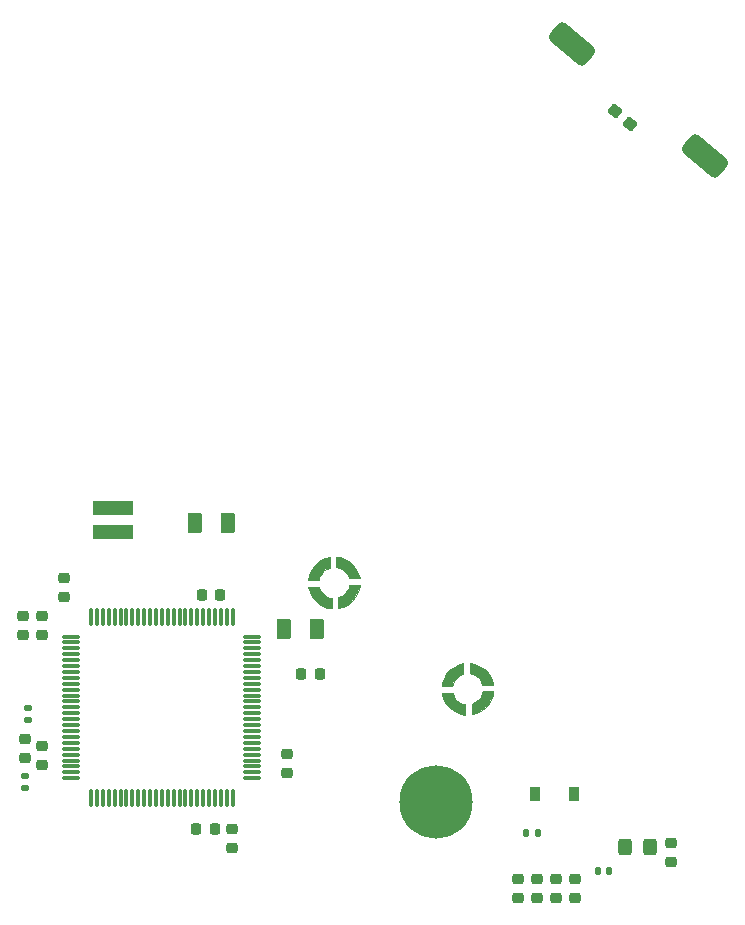
<source format=gbr>
G04 #@! TF.GenerationSoftware,KiCad,Pcbnew,7.0.7*
G04 #@! TF.CreationDate,2023-12-06T21:13:40-05:00*
G04 #@! TF.ProjectId,SARD_Motherboard,53415244-5f4d-46f7-9468-6572626f6172,rev?*
G04 #@! TF.SameCoordinates,Original*
G04 #@! TF.FileFunction,Paste,Bot*
G04 #@! TF.FilePolarity,Positive*
%FSLAX46Y46*%
G04 Gerber Fmt 4.6, Leading zero omitted, Abs format (unit mm)*
G04 Created by KiCad (PCBNEW 7.0.7) date 2023-12-06 21:13:40*
%MOMM*%
%LPD*%
G01*
G04 APERTURE LIST*
G04 Aperture macros list*
%AMRoundRect*
0 Rectangle with rounded corners*
0 $1 Rounding radius*
0 $2 $3 $4 $5 $6 $7 $8 $9 X,Y pos of 4 corners*
0 Add a 4 corners polygon primitive as box body*
4,1,4,$2,$3,$4,$5,$6,$7,$8,$9,$2,$3,0*
0 Add four circle primitives for the rounded corners*
1,1,$1+$1,$2,$3*
1,1,$1+$1,$4,$5*
1,1,$1+$1,$6,$7*
1,1,$1+$1,$8,$9*
0 Add four rect primitives between the rounded corners*
20,1,$1+$1,$2,$3,$4,$5,0*
20,1,$1+$1,$4,$5,$6,$7,0*
20,1,$1+$1,$6,$7,$8,$9,0*
20,1,$1+$1,$8,$9,$2,$3,0*%
G04 Aperture macros list end*
%ADD10C,0.100000*%
%ADD11C,6.200000*%
%ADD12RoundRect,0.218750X0.256250X-0.218750X0.256250X0.218750X-0.256250X0.218750X-0.256250X-0.218750X0*%
%ADD13RoundRect,0.218750X0.218750X0.256250X-0.218750X0.256250X-0.218750X-0.256250X0.218750X-0.256250X0*%
%ADD14RoundRect,0.225000X-0.250000X0.225000X-0.250000X-0.225000X0.250000X-0.225000X0.250000X0.225000X0*%
%ADD15RoundRect,0.218750X-0.256250X0.218750X-0.256250X-0.218750X0.256250X-0.218750X0.256250X0.218750X0*%
%ADD16RoundRect,0.250000X0.375000X0.625000X-0.375000X0.625000X-0.375000X-0.625000X0.375000X-0.625000X0*%
%ADD17RoundRect,0.147500X0.147500X0.172500X-0.147500X0.172500X-0.147500X-0.172500X0.147500X-0.172500X0*%
%ADD18RoundRect,0.147500X-0.147500X-0.172500X0.147500X-0.172500X0.147500X0.172500X-0.147500X0.172500X0*%
%ADD19R,3.400000X1.200000*%
%ADD20R,0.900000X1.200000*%
%ADD21RoundRect,0.249999X0.325001X0.450001X-0.325001X0.450001X-0.325001X-0.450001X0.325001X-0.450001X0*%
%ADD22RoundRect,0.147500X0.172500X-0.147500X0.172500X0.147500X-0.172500X0.147500X-0.172500X-0.147500X0*%
%ADD23RoundRect,0.250000X-0.375000X-0.625000X0.375000X-0.625000X0.375000X0.625000X-0.375000X0.625000X0*%
%ADD24RoundRect,0.070000X0.070000X-0.667500X0.070000X0.667500X-0.070000X0.667500X-0.070000X-0.667500X0*%
%ADD25RoundRect,0.070000X0.667500X-0.070000X0.667500X0.070000X-0.667500X0.070000X-0.667500X-0.070000X0*%
%ADD26RoundRect,0.237500X-0.372900X0.002866X0.067576X-0.366737X0.372900X-0.002866X-0.067576X0.366737X0*%
%ADD27RoundRect,0.500000X1.470460X-0.581159X-0.827673X1.347204X-1.470460X0.581159X0.827673X-1.347204X0*%
G04 APERTURE END LIST*
D10*
X157225000Y-122325000D02*
X157525000Y-122425000D01*
X157950000Y-122650000D01*
X158250000Y-122900000D01*
X158500000Y-123200000D01*
X158750000Y-123650000D01*
X158875000Y-124100000D01*
X157950000Y-124100000D01*
X157850000Y-123800000D01*
X157650000Y-123550000D01*
X157375000Y-123325000D01*
X157125000Y-123200000D01*
X156900000Y-123150000D01*
X156900000Y-122275000D01*
X157225000Y-122325000D01*
G36*
X157225000Y-122325000D02*
G01*
X157525000Y-122425000D01*
X157950000Y-122650000D01*
X158250000Y-122900000D01*
X158500000Y-123200000D01*
X158750000Y-123650000D01*
X158875000Y-124100000D01*
X157950000Y-124100000D01*
X157850000Y-123800000D01*
X157650000Y-123550000D01*
X157375000Y-123325000D01*
X157125000Y-123200000D01*
X156900000Y-123150000D01*
X156900000Y-122275000D01*
X157225000Y-122325000D01*
G37*
X158825000Y-124975000D02*
X158725000Y-125275000D01*
X158500000Y-125700000D01*
X158250000Y-126000000D01*
X157950000Y-126250000D01*
X157500000Y-126500000D01*
X157050000Y-126625000D01*
X157050000Y-125700000D01*
X157350000Y-125600000D01*
X157600000Y-125400000D01*
X157825000Y-125125000D01*
X157950000Y-124875000D01*
X158000000Y-124650000D01*
X158875000Y-124650000D01*
X158825000Y-124975000D01*
G36*
X158825000Y-124975000D02*
G01*
X158725000Y-125275000D01*
X158500000Y-125700000D01*
X158250000Y-126000000D01*
X157950000Y-126250000D01*
X157500000Y-126500000D01*
X157050000Y-126625000D01*
X157050000Y-125700000D01*
X157350000Y-125600000D01*
X157600000Y-125400000D01*
X157825000Y-125125000D01*
X157950000Y-124875000D01*
X158000000Y-124650000D01*
X158875000Y-124650000D01*
X158825000Y-124975000D01*
G37*
X156350000Y-123200000D02*
X156050000Y-123300000D01*
X155800000Y-123500000D01*
X155575000Y-123775000D01*
X155450000Y-124025000D01*
X155400000Y-124250000D01*
X154525000Y-124250000D01*
X154575000Y-123925000D01*
X154675000Y-123625000D01*
X154900000Y-123200000D01*
X155150000Y-122900000D01*
X155450000Y-122650000D01*
X155900000Y-122400000D01*
X156350000Y-122275000D01*
X156350000Y-123200000D01*
G36*
X156350000Y-123200000D02*
G01*
X156050000Y-123300000D01*
X155800000Y-123500000D01*
X155575000Y-123775000D01*
X155450000Y-124025000D01*
X155400000Y-124250000D01*
X154525000Y-124250000D01*
X154575000Y-123925000D01*
X154675000Y-123625000D01*
X154900000Y-123200000D01*
X155150000Y-122900000D01*
X155450000Y-122650000D01*
X155900000Y-122400000D01*
X156350000Y-122275000D01*
X156350000Y-123200000D01*
G37*
X156350000Y-123200000D02*
X156050000Y-123300000D01*
X155800000Y-123500000D01*
X155575000Y-123775000D01*
X155450000Y-124025000D01*
X155400000Y-124250000D01*
X154525000Y-124250000D01*
X154575000Y-123925000D01*
X154675000Y-123625000D01*
X154900000Y-123200000D01*
X155150000Y-122900000D01*
X155450000Y-122650000D01*
X155900000Y-122400000D01*
X156350000Y-122275000D01*
X156350000Y-123200000D01*
G36*
X156350000Y-123200000D02*
G01*
X156050000Y-123300000D01*
X155800000Y-123500000D01*
X155575000Y-123775000D01*
X155450000Y-124025000D01*
X155400000Y-124250000D01*
X154525000Y-124250000D01*
X154575000Y-123925000D01*
X154675000Y-123625000D01*
X154900000Y-123200000D01*
X155150000Y-122900000D01*
X155450000Y-122650000D01*
X155900000Y-122400000D01*
X156350000Y-122275000D01*
X156350000Y-123200000D01*
G37*
X155550000Y-125125000D02*
X155750000Y-125375000D01*
X156025000Y-125600000D01*
X156275000Y-125725000D01*
X156500000Y-125775000D01*
X156500000Y-126650000D01*
X156175000Y-126600000D01*
X155875000Y-126500000D01*
X155450000Y-126275000D01*
X155150000Y-126025000D01*
X154900000Y-125725000D01*
X154650000Y-125275000D01*
X154525000Y-124825000D01*
X155450000Y-124825000D01*
X155550000Y-125125000D01*
G36*
X155550000Y-125125000D02*
G01*
X155750000Y-125375000D01*
X156025000Y-125600000D01*
X156275000Y-125725000D01*
X156500000Y-125775000D01*
X156500000Y-126650000D01*
X156175000Y-126600000D01*
X155875000Y-126500000D01*
X155450000Y-126275000D01*
X155150000Y-126025000D01*
X154900000Y-125725000D01*
X154650000Y-125275000D01*
X154525000Y-124825000D01*
X155450000Y-124825000D01*
X155550000Y-125125000D01*
G37*
X145925000Y-113325000D02*
X146225000Y-113425000D01*
X146650000Y-113650000D01*
X146950000Y-113900000D01*
X147200000Y-114200000D01*
X147450000Y-114650000D01*
X147575000Y-115100000D01*
X146650000Y-115100000D01*
X146550000Y-114800000D01*
X146350000Y-114550000D01*
X146075000Y-114325000D01*
X145825000Y-114200000D01*
X145600000Y-114150000D01*
X145600000Y-113275000D01*
X145925000Y-113325000D01*
G36*
X145925000Y-113325000D02*
G01*
X146225000Y-113425000D01*
X146650000Y-113650000D01*
X146950000Y-113900000D01*
X147200000Y-114200000D01*
X147450000Y-114650000D01*
X147575000Y-115100000D01*
X146650000Y-115100000D01*
X146550000Y-114800000D01*
X146350000Y-114550000D01*
X146075000Y-114325000D01*
X145825000Y-114200000D01*
X145600000Y-114150000D01*
X145600000Y-113275000D01*
X145925000Y-113325000D01*
G37*
X147525000Y-115975000D02*
X147425000Y-116275000D01*
X147200000Y-116700000D01*
X146950000Y-117000000D01*
X146650000Y-117250000D01*
X146200000Y-117500000D01*
X145750000Y-117625000D01*
X145750000Y-116700000D01*
X146050000Y-116600000D01*
X146300000Y-116400000D01*
X146525000Y-116125000D01*
X146650000Y-115875000D01*
X146700000Y-115650000D01*
X147575000Y-115650000D01*
X147525000Y-115975000D01*
G36*
X147525000Y-115975000D02*
G01*
X147425000Y-116275000D01*
X147200000Y-116700000D01*
X146950000Y-117000000D01*
X146650000Y-117250000D01*
X146200000Y-117500000D01*
X145750000Y-117625000D01*
X145750000Y-116700000D01*
X146050000Y-116600000D01*
X146300000Y-116400000D01*
X146525000Y-116125000D01*
X146650000Y-115875000D01*
X146700000Y-115650000D01*
X147575000Y-115650000D01*
X147525000Y-115975000D01*
G37*
X145050000Y-114200000D02*
X144750000Y-114300000D01*
X144500000Y-114500000D01*
X144275000Y-114775000D01*
X144150000Y-115025000D01*
X144100000Y-115250000D01*
X143225000Y-115250000D01*
X143275000Y-114925000D01*
X143375000Y-114625000D01*
X143600000Y-114200000D01*
X143850000Y-113900000D01*
X144150000Y-113650000D01*
X144600000Y-113400000D01*
X145050000Y-113275000D01*
X145050000Y-114200000D01*
G36*
X145050000Y-114200000D02*
G01*
X144750000Y-114300000D01*
X144500000Y-114500000D01*
X144275000Y-114775000D01*
X144150000Y-115025000D01*
X144100000Y-115250000D01*
X143225000Y-115250000D01*
X143275000Y-114925000D01*
X143375000Y-114625000D01*
X143600000Y-114200000D01*
X143850000Y-113900000D01*
X144150000Y-113650000D01*
X144600000Y-113400000D01*
X145050000Y-113275000D01*
X145050000Y-114200000D01*
G37*
X145050000Y-114200000D02*
X144750000Y-114300000D01*
X144500000Y-114500000D01*
X144275000Y-114775000D01*
X144150000Y-115025000D01*
X144100000Y-115250000D01*
X143225000Y-115250000D01*
X143275000Y-114925000D01*
X143375000Y-114625000D01*
X143600000Y-114200000D01*
X143850000Y-113900000D01*
X144150000Y-113650000D01*
X144600000Y-113400000D01*
X145050000Y-113275000D01*
X145050000Y-114200000D01*
G36*
X145050000Y-114200000D02*
G01*
X144750000Y-114300000D01*
X144500000Y-114500000D01*
X144275000Y-114775000D01*
X144150000Y-115025000D01*
X144100000Y-115250000D01*
X143225000Y-115250000D01*
X143275000Y-114925000D01*
X143375000Y-114625000D01*
X143600000Y-114200000D01*
X143850000Y-113900000D01*
X144150000Y-113650000D01*
X144600000Y-113400000D01*
X145050000Y-113275000D01*
X145050000Y-114200000D01*
G37*
X144250000Y-116125000D02*
X144450000Y-116375000D01*
X144725000Y-116600000D01*
X144975000Y-116725000D01*
X145200000Y-116775000D01*
X145200000Y-117650000D01*
X144875000Y-117600000D01*
X144575000Y-117500000D01*
X144150000Y-117275000D01*
X143850000Y-117025000D01*
X143600000Y-116725000D01*
X143350000Y-116275000D01*
X143225000Y-115825000D01*
X144150000Y-115825000D01*
X144250000Y-116125000D01*
G36*
X144250000Y-116125000D02*
G01*
X144450000Y-116375000D01*
X144725000Y-116600000D01*
X144975000Y-116725000D01*
X145200000Y-116775000D01*
X145200000Y-117650000D01*
X144875000Y-117600000D01*
X144575000Y-117500000D01*
X144150000Y-117275000D01*
X143850000Y-117025000D01*
X143600000Y-116725000D01*
X143350000Y-116275000D01*
X143225000Y-115825000D01*
X144150000Y-115825000D01*
X144250000Y-116125000D01*
G37*
D11*
X154000000Y-134000000D03*
D12*
X122575000Y-116637500D03*
X122575000Y-115062500D03*
D13*
X144200000Y-123200000D03*
X142625000Y-123200000D03*
D12*
X119200000Y-130287500D03*
X119200000Y-128712500D03*
D14*
X173900000Y-137525000D03*
X173900000Y-139075000D03*
D15*
X141400000Y-130012500D03*
X141400000Y-131587500D03*
D16*
X136400000Y-110400000D03*
X133600000Y-110400000D03*
D12*
X120650000Y-119887500D03*
X120650000Y-118312500D03*
D13*
X135762500Y-116525000D03*
X134187500Y-116525000D03*
X135287500Y-136300000D03*
X133712500Y-136300000D03*
D12*
X136800000Y-137937500D03*
X136800000Y-136362500D03*
X162600000Y-142137500D03*
X162600000Y-140562500D03*
X164200000Y-142122500D03*
X164200000Y-140547500D03*
D17*
X162635000Y-136700000D03*
X161665000Y-136700000D03*
D18*
X167715000Y-139900000D03*
X168685000Y-139900000D03*
D12*
X120700000Y-130887500D03*
X120700000Y-129312500D03*
D15*
X165800000Y-140572500D03*
X165800000Y-142147500D03*
D19*
X126700000Y-111150000D03*
X126700000Y-109150000D03*
D20*
X165720000Y-133400000D03*
X162420000Y-133400000D03*
D21*
X172125000Y-137850000D03*
X170075000Y-137850000D03*
D22*
X119250000Y-132835000D03*
X119250000Y-131865000D03*
X119450000Y-127085000D03*
X119450000Y-126115000D03*
D23*
X141160000Y-119400000D03*
X143960000Y-119400000D03*
D15*
X161000000Y-140562500D03*
X161000000Y-142137500D03*
D12*
X119100000Y-119887500D03*
X119100000Y-118312500D03*
D24*
X136825000Y-133687500D03*
X136325000Y-133687500D03*
X135825000Y-133687500D03*
X135325000Y-133687500D03*
X134825000Y-133687500D03*
X134325000Y-133687500D03*
X133825000Y-133687500D03*
X133325000Y-133687500D03*
X132825000Y-133687500D03*
X132325000Y-133687500D03*
X131825000Y-133687500D03*
X131325000Y-133687500D03*
X130825000Y-133687500D03*
X130325000Y-133687500D03*
X129825000Y-133687500D03*
X129325000Y-133687500D03*
X128825000Y-133687500D03*
X128325000Y-133687500D03*
X127825000Y-133687500D03*
X127325000Y-133687500D03*
X126825000Y-133687500D03*
X126325000Y-133687500D03*
X125825000Y-133687500D03*
X125325000Y-133687500D03*
X124825000Y-133687500D03*
D25*
X123162500Y-132025000D03*
X123162500Y-131525000D03*
X123162500Y-131025000D03*
X123162500Y-130525000D03*
X123162500Y-130025000D03*
X123162500Y-129525000D03*
X123162500Y-129025000D03*
X123162500Y-128525000D03*
X123162500Y-128025000D03*
X123162500Y-127525000D03*
X123162500Y-127025000D03*
X123162500Y-126525000D03*
X123162500Y-126025000D03*
X123162500Y-125525000D03*
X123162500Y-125025000D03*
X123162500Y-124525000D03*
X123162500Y-124025000D03*
X123162500Y-123525000D03*
X123162500Y-123025000D03*
X123162500Y-122525000D03*
X123162500Y-122025000D03*
X123162500Y-121525000D03*
X123162500Y-121025000D03*
X123162500Y-120525000D03*
X123162500Y-120025000D03*
D24*
X124825000Y-118362500D03*
X125325000Y-118362500D03*
X125825000Y-118362500D03*
X126325000Y-118362500D03*
X126825000Y-118362500D03*
X127325000Y-118362500D03*
X127825000Y-118362500D03*
X128325000Y-118362500D03*
X128825000Y-118362500D03*
X129325000Y-118362500D03*
X129825000Y-118362500D03*
X130325000Y-118362500D03*
X130825000Y-118362500D03*
X131325000Y-118362500D03*
X131825000Y-118362500D03*
X132325000Y-118362500D03*
X132825000Y-118362500D03*
X133325000Y-118362500D03*
X133825000Y-118362500D03*
X134325000Y-118362500D03*
X134825000Y-118362500D03*
X135325000Y-118362500D03*
X135825000Y-118362500D03*
X136325000Y-118362500D03*
X136825000Y-118362500D03*
D25*
X138487500Y-120025000D03*
X138487500Y-120525000D03*
X138487500Y-121025000D03*
X138487500Y-121525000D03*
X138487500Y-122025000D03*
X138487500Y-122525000D03*
X138487500Y-123025000D03*
X138487500Y-123525000D03*
X138487500Y-124025000D03*
X138487500Y-124525000D03*
X138487500Y-125025000D03*
X138487500Y-125525000D03*
X138487500Y-126025000D03*
X138487500Y-126525000D03*
X138487500Y-127025000D03*
X138487500Y-127525000D03*
X138487500Y-128025000D03*
X138487500Y-128525000D03*
X138487500Y-129025000D03*
X138487500Y-129525000D03*
X138487500Y-130025000D03*
X138487500Y-130525000D03*
X138487500Y-131025000D03*
X138487500Y-131525000D03*
X138487500Y-132025000D03*
D26*
X169149711Y-75532561D03*
X170490289Y-76657439D03*
D27*
X176782498Y-79316677D03*
X165521644Y-69867699D03*
M02*

</source>
